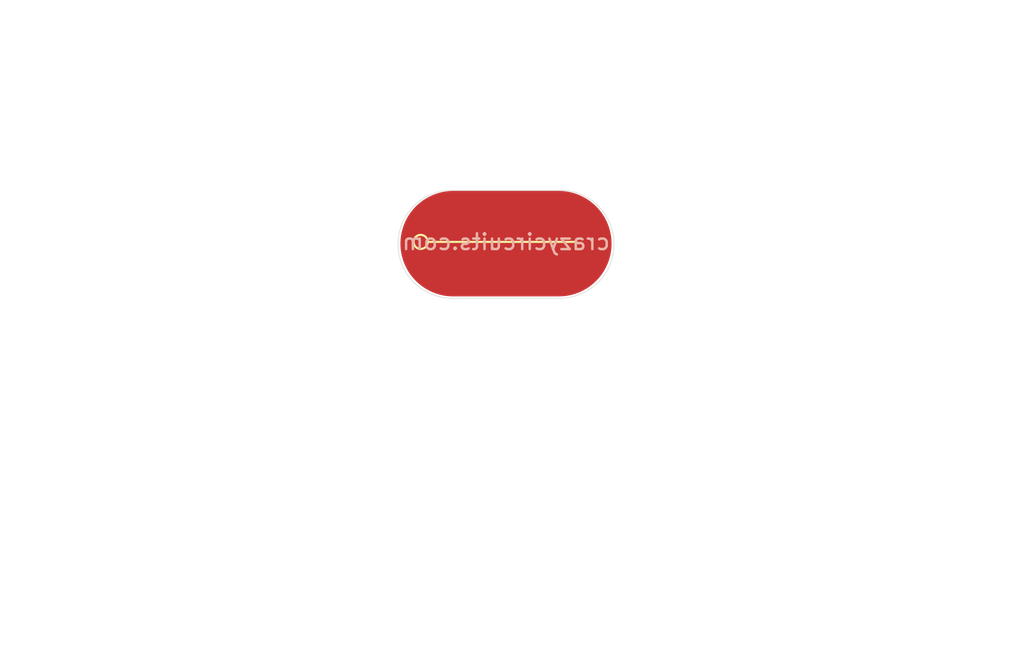
<source format=kicad_pcb>
(kicad_pcb (version 4) (host pcbnew 4.0.5-e0-6337~49~ubuntu16.04.1)

  (general
    (links 0)
    (no_connects 0)
    (area 104.572999 74.854999 178.510001 123.265001)
    (thickness 1.6)
    (drawings 19)
    (tracks 0)
    (zones 0)
    (modules 1)
    (nets 1)
  )

  (page USLetter)
  (title_block
    (title "Crazy Circuits Logo Blank")
    (date "17 Jan 2017")
    (rev 1.0)
    (company "All rights reserved.")
    (comment 1 help@browndoggadgets.com)
    (comment 2 http://browndoggadgets.com/)
    (comment 3 "Brown Dog Gadgets")
  )

  (layers
    (0 F.Cu signal)
    (31 B.Cu signal)
    (34 B.Paste user)
    (35 F.Paste user)
    (36 B.SilkS user)
    (37 F.SilkS user)
    (38 B.Mask user)
    (39 F.Mask user)
    (44 Edge.Cuts user)
    (46 B.CrtYd user)
    (47 F.CrtYd user)
    (48 B.Fab user)
    (49 F.Fab user)
  )

  (setup
    (last_trace_width 0.254)
    (user_trace_width 0.1524)
    (user_trace_width 0.254)
    (user_trace_width 0.3302)
    (user_trace_width 0.508)
    (user_trace_width 0.762)
    (user_trace_width 1.27)
    (trace_clearance 0.254)
    (zone_clearance 0.508)
    (zone_45_only no)
    (trace_min 0.1524)
    (segment_width 0.1524)
    (edge_width 0.1524)
    (via_size 0.6858)
    (via_drill 0.3302)
    (via_min_size 0.6858)
    (via_min_drill 0.3302)
    (user_via 0.6858 0.3302)
    (user_via 0.762 0.4064)
    (user_via 0.8636 0.508)
    (uvia_size 0.6858)
    (uvia_drill 0.3302)
    (uvias_allowed no)
    (uvia_min_size 0)
    (uvia_min_drill 0)
    (pcb_text_width 0.1524)
    (pcb_text_size 1.016 1.016)
    (mod_edge_width 0.1524)
    (mod_text_size 1.016 1.016)
    (mod_text_width 0.1524)
    (pad_size 1.524 1.524)
    (pad_drill 0.762)
    (pad_to_mask_clearance 0.0762)
    (solder_mask_min_width 0.1016)
    (pad_to_paste_clearance -0.0762)
    (aux_axis_origin 0 0)
    (visible_elements FFFEDF7D)
    (pcbplotparams
      (layerselection 0x310fc_80000001)
      (usegerberextensions true)
      (excludeedgelayer true)
      (linewidth 0.100000)
      (plotframeref false)
      (viasonmask false)
      (mode 1)
      (useauxorigin false)
      (hpglpennumber 1)
      (hpglpenspeed 20)
      (hpglpendiameter 15)
      (hpglpenoverlay 2)
      (psnegative false)
      (psa4output false)
      (plotreference true)
      (plotvalue true)
      (plotinvisibletext false)
      (padsonsilk false)
      (subtractmaskfromsilk false)
      (outputformat 1)
      (mirror false)
      (drillshape 0)
      (scaleselection 1)
      (outputdirectory gerbers))
  )

  (net 0 "")

  (net_class Default "This is the default net class."
    (clearance 0.254)
    (trace_width 0.254)
    (via_dia 0.6858)
    (via_drill 0.3302)
    (uvia_dia 0.6858)
    (uvia_drill 0.3302)
  )

  (module Crazy_Circuits:LOGO-CRAZY-1x2 (layer F.Cu) (tedit 58657A78) (tstamp 587F7171)
    (at 141.097 96.393)
    (descr LOGO)
    (tags LOGO)
    (fp_text reference LOGO (at 0 -3.52806) (layer F.Fab)
      (effects (font (size 1 1) (thickness 0.15)))
    )
    (fp_text value "BROWN DOG" (at -0.381 -8.89) (layer B.SilkS) hide
      (effects (font (size 1.27 1.27) (thickness 0.254)) (justify mirror))
    )
    (fp_text user crazycircuits.com (at 0 -4.064) (layer B.SilkS)
      (effects (font (size 1.143 1.143) (thickness 0.1778)) (justify mirror))
    )
    (fp_line (start 6.096 -5.2705) (end 4.953 -4.318) (layer F.Mask) (width 0.1524))
    (fp_line (start 4.7625 -4.318) (end 6.096 -5.2705) (layer F.Mask) (width 0.1524))
    (fp_line (start 5.715 -5.1435) (end 4.7625 -4.318) (layer F.Mask) (width 0.1524))
    (fp_line (start 4.6355 -4.3815) (end 5.715 -5.1435) (layer F.Mask) (width 0.1524))
    (fp_line (start 5.5245 -5.08) (end 4.6355 -4.3815) (layer F.Mask) (width 0.1524))
    (fp_line (start 4.3815 -4.318) (end 5.5245 -5.08) (layer F.Mask) (width 0.1524))
    (fp_line (start 5.207 -4.953) (end 4.3815 -4.318) (layer F.Mask) (width 0.1524))
    (fp_line (start 4.2545 -4.3815) (end 5.207 -4.953) (layer F.Mask) (width 0.1524))
    (fp_line (start 5.0165 -4.953) (end 4.2545 -4.3815) (layer F.Mask) (width 0.1524))
    (fp_line (start 4.2545 -4.5085) (end 5.0165 -4.953) (layer F.Mask) (width 0.1524))
    (fp_line (start 4.7625 -4.953) (end 4.2545 -4.5085) (layer F.Mask) (width 0.1524))
    (fp_line (start 4.191 -4.6355) (end 4.7625 -4.953) (layer F.Mask) (width 0.1524))
    (fp_line (start 4.7625 -5.1435) (end 4.191 -4.6355) (layer F.Mask) (width 0.1524))
    (fp_line (start 4.7625 -5.2705) (end 4.1275 -4.7625) (layer F.Mask) (width 0.1524))
    (fp_line (start 4.8895 -5.461) (end 4.064 -4.8895) (layer F.Mask) (width 0.1524))
    (fp_line (start 4.8895 -5.588) (end 4.064 -5.0165) (layer F.Mask) (width 0.1524))
    (fp_line (start 3.048 -4.3815) (end 2.413 -5.2705) (layer F.Mask) (width 0.254))
    (fp_line (start 4.953 -4.2545) (end 2.9845 -4.2545) (layer F.Mask) (width 0.1524))
    (fp_line (start 6.5405 -5.3975) (end 4.953 -4.2545) (layer F.Mask) (width 0.1524))
    (fp_line (start 4.7625 -4.953) (end 6.5405 -5.3975) (layer F.Mask) (width 0.1524))
    (fp_line (start 5.08 -5.842) (end 4.7625 -4.953) (layer F.Mask) (width 0.1524))
    (fp_line (start 4.0005 -5.1435) (end 5.08 -5.842) (layer F.Mask) (width 0.1524))
    (fp_line (start 3.175 -6.604) (end 4.0005 -5.08) (layer F.Mask) (width 0.1524))
    (fp_line (start 3.2385 -5.207) (end 3.175 -6.604) (layer F.Mask) (width 0.1524))
    (fp_line (start 2.159 -5.461) (end 3.2385 -5.207) (layer F.Mask) (width 0.1524))
    (fp_line (start 2.9845 -4.2545) (end 2.159 -5.461) (layer F.Mask) (width 0.1524))
    (fp_line (start -5.588 -4.064) (end 5.08 -4.064) (layer F.SilkS) (width 0.1524))
    (fp_circle (center -6.1595 -4.064) (end -5.82208 -3.683) (layer F.SilkS) (width 0.1524))
    (fp_text user CRAZY (at -2.032 -5.588) (layer F.SilkS) hide
      (effects (font (thickness 0.381)))
    )
    (fp_line (start 3.9 -7.8) (end -3.9 -7.8) (layer F.Fab) (width 0.04064))
    (fp_line (start 3.9 0) (end -3.9 0) (layer F.Fab) (width 0.04064))
    (fp_arc (start 3.9 -3.9) (end 3.9 -7.8) (angle 90) (layer F.Fab) (width 0.04064))
    (fp_arc (start 3.9 -3.9) (end 7.8 -3.9) (angle 90) (layer F.Fab) (width 0.04064))
    (fp_arc (start -3.9 -3.9) (end -3.9 0) (angle 90) (layer F.Fab) (width 0.04064))
    (fp_arc (start -3.9 -3.9) (end -7.8 -3.9) (angle 90) (layer F.Fab) (width 0.04064))
    (fp_line (start 3.9 -7.8) (end -3.9 -7.8) (layer Edge.Cuts) (width 0.04064))
    (fp_line (start 3.9 0) (end -3.9 0) (layer Edge.Cuts) (width 0.04064))
    (fp_arc (start 3.9 -3.9) (end 3.9 -7.8) (angle 90) (layer Edge.Cuts) (width 0.04064))
    (fp_arc (start 3.9 -3.9) (end 7.8 -3.9) (angle 90) (layer Edge.Cuts) (width 0.04064))
    (fp_arc (start -3.9 -3.9) (end -3.9 0) (angle 90) (layer Edge.Cuts) (width 0.04064))
    (fp_arc (start -3.9 -3.9) (end -7.8 -3.9) (angle 90) (layer Edge.Cuts) (width 0.04064))
    (fp_text user CIRCUITS (at 0.254 -2.286) (layer F.SilkS) hide
      (effects (font (thickness 0.381)))
    )
    (fp_line (start 3.2385 -4.3815) (end 2.6035 -5.2705) (layer F.Mask) (width 0.254))
    (fp_line (start 3.429 -4.3815) (end 2.8575 -5.207) (layer F.Mask) (width 0.254))
    (fp_line (start 3.556 -4.3815) (end 3.1115 -5.1435) (layer F.Mask) (width 0.254))
    (fp_line (start 3.81 -4.3815) (end 3.3655 -5.207) (layer F.Mask) (width 0.254))
    (fp_line (start 4.0005 -4.3815) (end 3.429 -5.461) (layer F.Mask) (width 0.254))
    (fp_line (start 4.191 -4.3815) (end 3.302 -6.096) (layer F.Mask) (width 0.254))
    (fp_line (start 3.3655 -5.3975) (end 3.302 -6.223) (layer F.Mask) (width 0.254))
    (pad BG smd oval (at 0 -3.937) (size 15.24 7.62) (layers F.Cu))
  )

  (gr_text CIRCUITS (at 141.859 93.599) (layer F.Mask) (tstamp 587F16BB)
    (effects (font (size 1.3 1.3) (thickness 0.3)))
  )
  (gr_text CRAZY (at 139.319 91.313) (layer F.Mask)
    (effects (font (size 1.3 1.3) (thickness 0.3)))
  )
  (gr_circle (center 117.348 76.962) (end 118.618 76.962) (layer Dwgs.User) (width 0.15))
  (gr_line (start 114.427 78.994) (end 114.427 74.93) (angle 90) (layer Dwgs.User) (width 0.15))
  (gr_line (start 120.269 78.994) (end 114.427 78.994) (angle 90) (layer Dwgs.User) (width 0.15))
  (gr_line (start 120.269 74.93) (end 120.269 78.994) (angle 90) (layer Dwgs.User) (width 0.15))
  (gr_line (start 114.427 74.93) (end 120.269 74.93) (angle 90) (layer Dwgs.User) (width 0.15))
  (gr_line (start 120.523 93.98) (end 104.648 93.98) (angle 90) (layer Dwgs.User) (width 0.15))
  (gr_line (start 173.355 102.235) (end 173.355 94.615) (angle 90) (layer Dwgs.User) (width 0.15))
  (gr_line (start 178.435 102.235) (end 173.355 102.235) (angle 90) (layer Dwgs.User) (width 0.15))
  (gr_line (start 178.435 94.615) (end 178.435 102.235) (angle 90) (layer Dwgs.User) (width 0.15))
  (gr_line (start 173.355 94.615) (end 178.435 94.615) (angle 90) (layer Dwgs.User) (width 0.15))
  (gr_line (start 109.093 123.19) (end 109.093 114.3) (angle 90) (layer Dwgs.User) (width 0.15))
  (gr_line (start 122.428 123.19) (end 109.093 123.19) (angle 90) (layer Dwgs.User) (width 0.15))
  (gr_line (start 122.428 114.3) (end 122.428 123.19) (angle 90) (layer Dwgs.User) (width 0.15))
  (gr_line (start 109.093 114.3) (end 122.428 114.3) (angle 90) (layer Dwgs.User) (width 0.15))
  (gr_line (start 104.648 93.98) (end 104.648 82.55) (angle 90) (layer Dwgs.User) (width 0.15))
  (gr_line (start 120.523 82.55) (end 120.523 93.98) (angle 90) (layer Dwgs.User) (width 0.15))
  (gr_line (start 104.648 82.55) (end 120.523 82.55) (angle 90) (layer Dwgs.User) (width 0.15))

)

</source>
